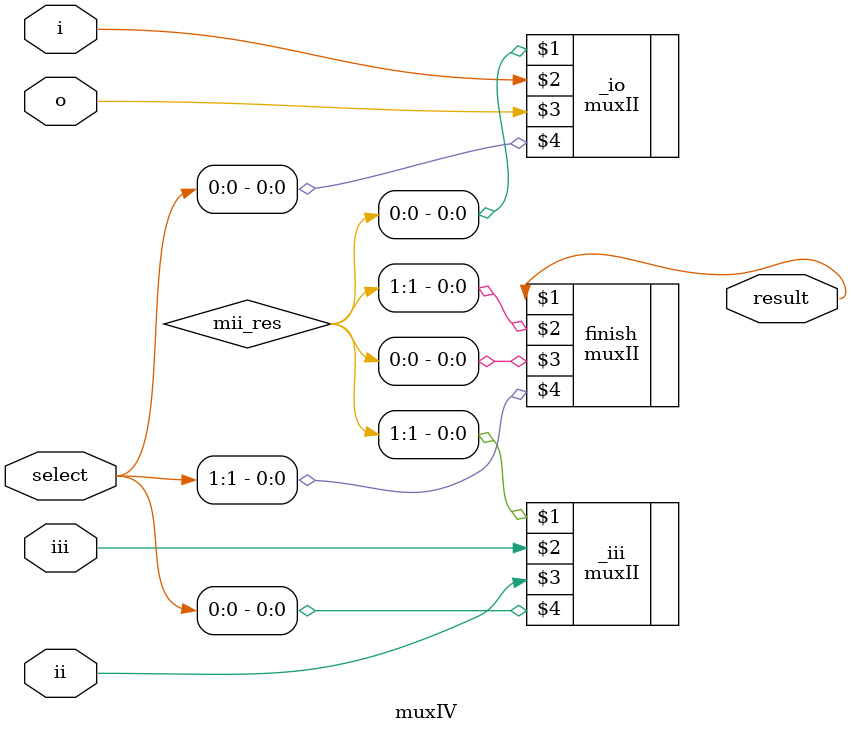
<source format=v>
module muxIV(	result	,
					iii		,
					ii			,
					i			,
					o			,
					select);
	input	iii, ii, i, o	;
	input	[1:0]	select	;
	output		result	;
	wire	[1:0]	mii_res	;
	muxII	_io		(mii_res[0], i, o, select[0]);
	muxII _iii	(mii_res[1], iii, ii, select[0]);
	muxII finish(result, mii_res[1], mii_res[0], select[1]);	
endmodule

</source>
